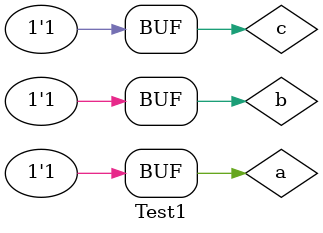
<source format=v>

`timescale 1 ns/ 1 ps //set the timescale
module Test1();
//Inputs
reg a;
reg b;
reg c;
// Outputs
wire x;
wire y;
//all the deivce under this test
test1 DeviceUnderTest(.a(a), .b(b), .c(c), .x(x), .y(y)); 

initial
begin
//All Case is based on the 4-bit truth table.
//Case 1
	a = 0;
	b = 0;
	c = 0;
	#20; //Ticks
	if (x == 0 & y == 0)
		$display("Outputs = zero");
//Case 2
	a = 0;
	b = 0;
	c = 1;
	#20;
	if (x == 0 & y == 0)
		$display("Outputs = zero");
//Case 3	
	a = 0;
	b = 1;
	c = 0;
	#20;
	if (x == 0 & y == 0)
		$display("Outputs = zero");
//Case 4
	a = 0;
	b = 1;
	c = 1;
	#20; 
	if (x == 0 & y == 0)
		$display("Outputs = zero");
//Case 5
	a = 1;
	b = 0;
	c = 0;
	#20;
	if (x == 0 & y == 0)
		$display("Outputs = zero");
//Case 6
	a = 1;
	b = 0;
	c = 1;
	#20;
	if (x == 0 & y == 0)
		$display("Outputs = zero");
//Case 7
	a = 1;
	b = 1;
	c = 0;
	#20;
	if (x == 0 & y == 0)
		$display("Outputs = zero");
//Case 8
	a = 1;
	b = 1;
	c = 1;
	#20;
	if (x == 0 & y == 0)
		$display("Outputs = zero");

end

endmodule
</source>
